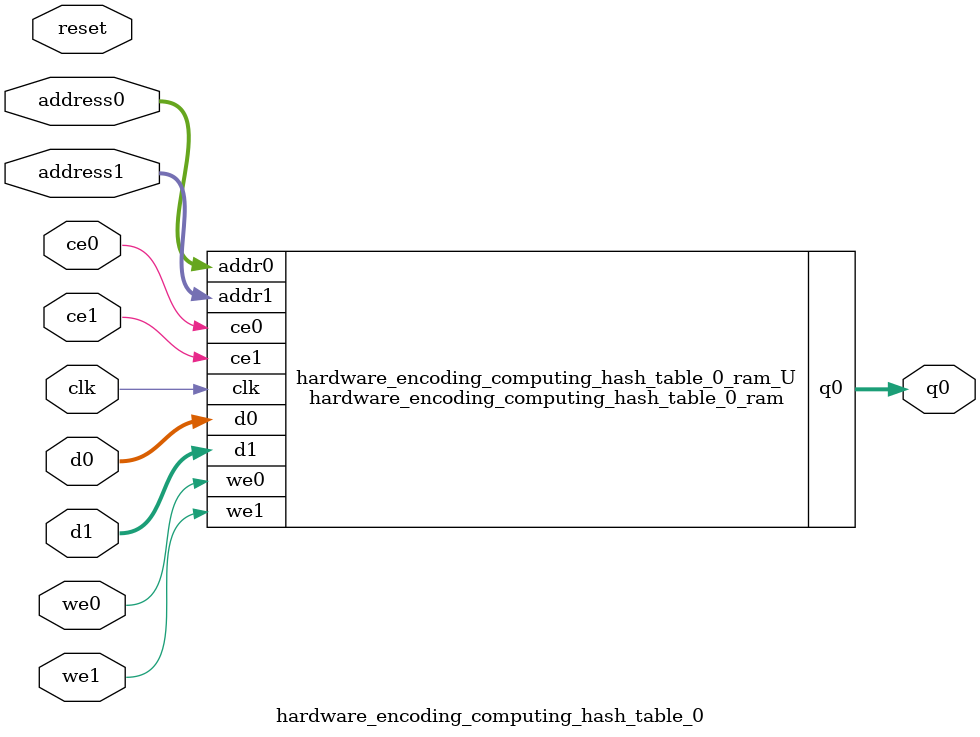
<source format=v>
`timescale 1 ns / 1 ps
module hardware_encoding_computing_hash_table_0_ram (addr0, ce0, d0, we0, q0, addr1, ce1, d1, we1,  clk);

parameter DWIDTH = 33;
parameter AWIDTH = 15;
parameter MEM_SIZE = 32768;

input[AWIDTH-1:0] addr0;
input ce0;
input[DWIDTH-1:0] d0;
input we0;
output reg[DWIDTH-1:0] q0;
input[AWIDTH-1:0] addr1;
input ce1;
input[DWIDTH-1:0] d1;
input we1;
input clk;

reg [DWIDTH-1:0] ram[0:MEM_SIZE-1];




always @(posedge clk)  
begin 
    if (ce0) begin
        if (we0) 
            ram[addr0] <= d0; 
        q0 <= ram[addr0];
    end
end


always @(posedge clk)  
begin 
    if (ce1) begin
        if (we1) 
            ram[addr1] <= d1; 
    end
end


endmodule

`timescale 1 ns / 1 ps
module hardware_encoding_computing_hash_table_0(
    reset,
    clk,
    address0,
    ce0,
    we0,
    d0,
    q0,
    address1,
    ce1,
    we1,
    d1);

parameter DataWidth = 32'd33;
parameter AddressRange = 32'd32768;
parameter AddressWidth = 32'd15;
input reset;
input clk;
input[AddressWidth - 1:0] address0;
input ce0;
input we0;
input[DataWidth - 1:0] d0;
output[DataWidth - 1:0] q0;
input[AddressWidth - 1:0] address1;
input ce1;
input we1;
input[DataWidth - 1:0] d1;



hardware_encoding_computing_hash_table_0_ram hardware_encoding_computing_hash_table_0_ram_U(
    .clk( clk ),
    .addr0( address0 ),
    .ce0( ce0 ),
    .we0( we0 ),
    .d0( d0 ),
    .q0( q0 ),
    .addr1( address1 ),
    .ce1( ce1 ),
    .we1( we1 ),
    .d1( d1 ));

endmodule


</source>
